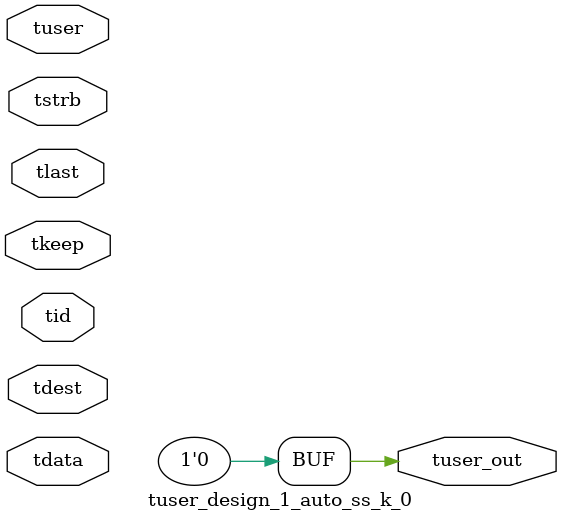
<source format=v>


`timescale 1ps/1ps

module tuser_design_1_auto_ss_k_0 #
(
parameter C_S_AXIS_TUSER_WIDTH = 1,
parameter C_S_AXIS_TDATA_WIDTH = 32,
parameter C_S_AXIS_TID_WIDTH   = 0,
parameter C_S_AXIS_TDEST_WIDTH = 0,
parameter C_M_AXIS_TUSER_WIDTH = 1
)
(
input  [(C_S_AXIS_TUSER_WIDTH == 0 ? 1 : C_S_AXIS_TUSER_WIDTH)-1:0     ] tuser,
input  [(C_S_AXIS_TDATA_WIDTH == 0 ? 1 : C_S_AXIS_TDATA_WIDTH)-1:0     ] tdata,
input  [(C_S_AXIS_TID_WIDTH   == 0 ? 1 : C_S_AXIS_TID_WIDTH)-1:0       ] tid,
input  [(C_S_AXIS_TDEST_WIDTH == 0 ? 1 : C_S_AXIS_TDEST_WIDTH)-1:0     ] tdest,
input  [(C_S_AXIS_TDATA_WIDTH/8)-1:0 ] tkeep,
input  [(C_S_AXIS_TDATA_WIDTH/8)-1:0 ] tstrb,
input                                                                    tlast,
output [C_M_AXIS_TUSER_WIDTH-1:0] tuser_out
);

assign tuser_out = {1'b0};

endmodule


</source>
